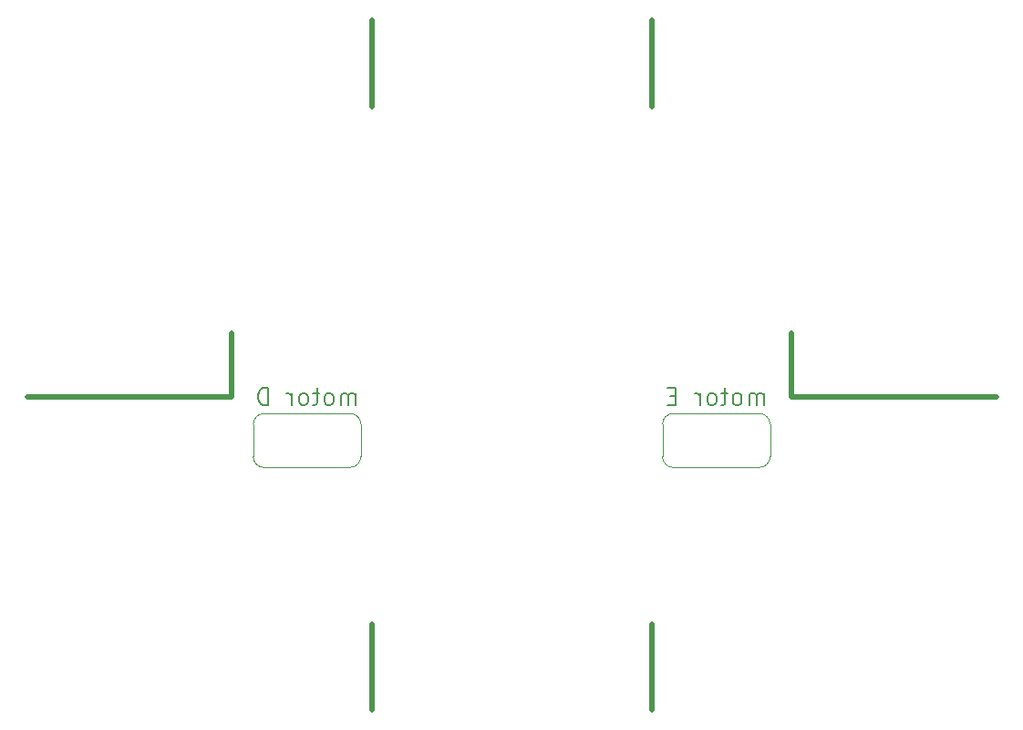
<source format=gbr>
%TF.GenerationSoftware,KiCad,Pcbnew,(6.0.11)*%
%TF.CreationDate,2024-05-31T14:21:27-03:00*%
%TF.ProjectId,bitmovel,6269746d-6f76-4656-9c2e-6b696361645f,rev?*%
%TF.SameCoordinates,Original*%
%TF.FileFunction,Legend,Bot*%
%TF.FilePolarity,Positive*%
%FSLAX46Y46*%
G04 Gerber Fmt 4.6, Leading zero omitted, Abs format (unit mm)*
G04 Created by KiCad (PCBNEW (6.0.11)) date 2024-05-31 14:21:27*
%MOMM*%
%LPD*%
G01*
G04 APERTURE LIST*
%ADD10C,0.500000*%
%ADD11C,0.200000*%
%ADD12C,0.120000*%
G04 APERTURE END LIST*
D10*
X176000000Y-88000000D02*
X176000000Y-94000000D01*
X195000000Y-94000000D02*
X176000000Y-94000000D01*
X137000000Y-123000000D02*
X137000000Y-115000000D01*
X163000000Y-115000000D02*
X163000000Y-123000000D01*
X105000000Y-94000000D02*
X124000000Y-94000000D01*
X137000000Y-59000000D02*
X137000000Y-67000000D01*
X163000000Y-67000000D02*
X163000000Y-59000000D01*
X124000000Y-94000000D02*
X124000000Y-88000000D01*
D11*
%TO.C,J3*%
X135495238Y-94723809D02*
X135495238Y-93657142D01*
X135495238Y-93809523D02*
X135419047Y-93733333D01*
X135266666Y-93657142D01*
X135038095Y-93657142D01*
X134885714Y-93733333D01*
X134809523Y-93885714D01*
X134809523Y-94723809D01*
X134809523Y-93885714D02*
X134733333Y-93733333D01*
X134580952Y-93657142D01*
X134352380Y-93657142D01*
X134200000Y-93733333D01*
X134123809Y-93885714D01*
X134123809Y-94723809D01*
X133133333Y-94723809D02*
X133285714Y-94647619D01*
X133361904Y-94571428D01*
X133438095Y-94419047D01*
X133438095Y-93961904D01*
X133361904Y-93809523D01*
X133285714Y-93733333D01*
X133133333Y-93657142D01*
X132904761Y-93657142D01*
X132752380Y-93733333D01*
X132676190Y-93809523D01*
X132600000Y-93961904D01*
X132600000Y-94419047D01*
X132676190Y-94571428D01*
X132752380Y-94647619D01*
X132904761Y-94723809D01*
X133133333Y-94723809D01*
X132142857Y-93657142D02*
X131533333Y-93657142D01*
X131914285Y-93123809D02*
X131914285Y-94495238D01*
X131838095Y-94647619D01*
X131685714Y-94723809D01*
X131533333Y-94723809D01*
X130771428Y-94723809D02*
X130923809Y-94647619D01*
X131000000Y-94571428D01*
X131076190Y-94419047D01*
X131076190Y-93961904D01*
X131000000Y-93809523D01*
X130923809Y-93733333D01*
X130771428Y-93657142D01*
X130542857Y-93657142D01*
X130390476Y-93733333D01*
X130314285Y-93809523D01*
X130238095Y-93961904D01*
X130238095Y-94419047D01*
X130314285Y-94571428D01*
X130390476Y-94647619D01*
X130542857Y-94723809D01*
X130771428Y-94723809D01*
X129552380Y-94723809D02*
X129552380Y-93657142D01*
X129552380Y-93961904D02*
X129476190Y-93809523D01*
X129400000Y-93733333D01*
X129247619Y-93657142D01*
X129095238Y-93657142D01*
X127342857Y-94723809D02*
X127342857Y-93123809D01*
X126961904Y-93123809D01*
X126733333Y-93200000D01*
X126580952Y-93352380D01*
X126504761Y-93504761D01*
X126428571Y-93809523D01*
X126428571Y-94038095D01*
X126504761Y-94342857D01*
X126580952Y-94495238D01*
X126733333Y-94647619D01*
X126961904Y-94723809D01*
X127342857Y-94723809D01*
%TO.C,J4*%
X173419047Y-94723809D02*
X173419047Y-93657142D01*
X173419047Y-93809523D02*
X173342857Y-93733333D01*
X173190476Y-93657142D01*
X172961904Y-93657142D01*
X172809523Y-93733333D01*
X172733333Y-93885714D01*
X172733333Y-94723809D01*
X172733333Y-93885714D02*
X172657142Y-93733333D01*
X172504761Y-93657142D01*
X172276190Y-93657142D01*
X172123809Y-93733333D01*
X172047619Y-93885714D01*
X172047619Y-94723809D01*
X171057142Y-94723809D02*
X171209523Y-94647619D01*
X171285714Y-94571428D01*
X171361904Y-94419047D01*
X171361904Y-93961904D01*
X171285714Y-93809523D01*
X171209523Y-93733333D01*
X171057142Y-93657142D01*
X170828571Y-93657142D01*
X170676190Y-93733333D01*
X170600000Y-93809523D01*
X170523809Y-93961904D01*
X170523809Y-94419047D01*
X170600000Y-94571428D01*
X170676190Y-94647619D01*
X170828571Y-94723809D01*
X171057142Y-94723809D01*
X170066666Y-93657142D02*
X169457142Y-93657142D01*
X169838095Y-93123809D02*
X169838095Y-94495238D01*
X169761904Y-94647619D01*
X169609523Y-94723809D01*
X169457142Y-94723809D01*
X168695238Y-94723809D02*
X168847619Y-94647619D01*
X168923809Y-94571428D01*
X169000000Y-94419047D01*
X169000000Y-93961904D01*
X168923809Y-93809523D01*
X168847619Y-93733333D01*
X168695238Y-93657142D01*
X168466666Y-93657142D01*
X168314285Y-93733333D01*
X168238095Y-93809523D01*
X168161904Y-93961904D01*
X168161904Y-94419047D01*
X168238095Y-94571428D01*
X168314285Y-94647619D01*
X168466666Y-94723809D01*
X168695238Y-94723809D01*
X167476190Y-94723809D02*
X167476190Y-93657142D01*
X167476190Y-93961904D02*
X167400000Y-93809523D01*
X167323809Y-93733333D01*
X167171428Y-93657142D01*
X167019047Y-93657142D01*
X165266666Y-93885714D02*
X164733333Y-93885714D01*
X164504761Y-94723809D02*
X165266666Y-94723809D01*
X165266666Y-93123809D01*
X164504761Y-93123809D01*
D12*
%TO.C,J3*%
X136000000Y-99500000D02*
X136000000Y-96500000D01*
X135000000Y-95500000D02*
X127000000Y-95500000D01*
X127000000Y-100500000D02*
X135000000Y-100500000D01*
X126000000Y-96500000D02*
X126000000Y-99500000D01*
X126000000Y-99500000D02*
G75*
G03*
X127000000Y-100500000I1000000J0D01*
G01*
X127000000Y-95500000D02*
G75*
G03*
X126000000Y-96500000I0J-1000000D01*
G01*
X135000000Y-100500000D02*
G75*
G03*
X136000000Y-99500000I1J999999D01*
G01*
X136000000Y-96500000D02*
G75*
G03*
X135000000Y-95500000I-999999J1D01*
G01*
%TO.C,J4*%
X173000000Y-95500000D02*
X165000000Y-95500000D01*
X164000000Y-96500000D02*
X164000000Y-99500000D01*
X165000000Y-100500000D02*
X173000000Y-100500000D01*
X174000000Y-99500000D02*
X174000000Y-96500000D01*
X174000000Y-96500000D02*
G75*
G03*
X173000000Y-95500000I-1000000J0D01*
G01*
X165000000Y-95500000D02*
G75*
G03*
X164000000Y-96500000I-1J-999999D01*
G01*
X164000000Y-99500000D02*
G75*
G03*
X165000000Y-100500000I999999J-1D01*
G01*
X173000000Y-100500000D02*
G75*
G03*
X174000000Y-99500000I0J1000000D01*
G01*
%TD*%
M02*

</source>
